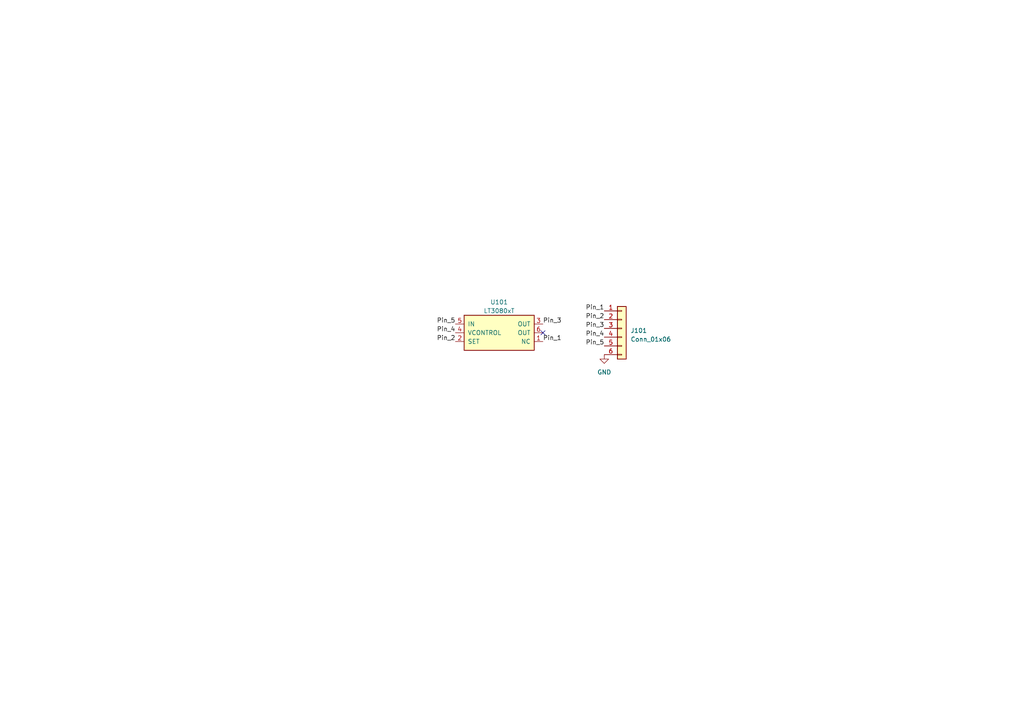
<source format=kicad_sch>
(kicad_sch (version 20230121) (generator eeschema)
  (paper "A4")
  (lib_symbols
    (symbol "Connector_Generic:Conn_01x06" (pin_names (offset 1.016) hide)
      (property "Reference" "J" (at 0 7.62 0))
      (property "Value" "Conn_01x06" (at 0 -10.16 0))
      (symbol "Conn_01x06_1_1"
        (rectangle (start -1.27 -7.493) (end 0 -7.747) (stroke (width 0.1524)))
        (rectangle (start -1.27 -4.953) (end 0 -5.207) (stroke (width 0.1524)))
        (rectangle (start -1.27 -2.413) (end 0 -2.667) (stroke (width 0.1524)))
        (rectangle (start -1.27 0.127) (end 0 -0.127) (stroke (width 0.1524)))
        (rectangle (start -1.27 2.667) (end 0 2.413) (stroke (width 0.1524)))
        (rectangle (start -1.27 5.207) (end 0 4.953) (stroke (width 0.1524)))
        (rectangle (start -1.27 6.35) (end 1.27 -8.89) (stroke (width 0.254)) (fill (type background)))
        (pin passive line (at -5.08 5.08 0) (length 3.81) (name "Pin_1") (number "1"))
        (pin passive line (at -5.08 2.54 0) (length 3.81) (name "Pin_2") (number "2"))
        (pin passive line (at -5.08 0 0) (length 3.81) (name "Pin_3") (number "3"))
        (pin passive line (at -5.08 -2.54 0) (length 3.81) (name "Pin_4") (number "4"))
        (pin passive line (at -5.08 -5.08 0) (length 3.81) (name "Pin_5") (number "5"))
        (pin passive line (at -5.08 -7.62 0) (length 3.81) (name "Pin_6") (number "6"))
      )
    )
    (symbol "N8FDY:LT3080xT" (pin_names (offset 1.016))
      (property "Reference" "U" (at -8.89 6.604 0))
      (property "Value" "LT3080xT" (at 10.414 6.604 0))
      (symbol "LT3080xT_0_1"
        (rectangle (start -10.16 5.08) (end 10.16 -5.08) (stroke (width 0.254)) (fill (type background)))
      )
      (symbol "LT3080xT_1_1"
        (pin passive line (at 12.7 -2.54 180) (length 2.54) (name "NC") (number "1"))
        (pin input line (at -12.7 -2.54 0) (length 2.54) (name "SET") (number "2"))
        (pin power_out line (at 12.7 2.54 180) (length 2.54) (name "OUT") (number "3"))
        (pin input line (at -12.7 0 0) (length 2.54) (name "VCONTROL") (number "4"))
        (pin power_in line (at -12.7 2.54 0) (length 2.54) (name "IN") (number "5"))
        (pin power_out line (at 12.7 0 180) (length 2.54) (name "OUT") (number "6"))
      )
    )
    (symbol "power:GND" (power) (pin_names (offset 0))
      (property "Value" "GND" (at 0 -3.81 0))
      (symbol "GND_0_1"
        (polyline (pts (xy 0 0) (xy 0 -1.27) (xy 1.27 -1.27) (xy 0 -2.54) (xy -1.27 -1.27) (xy 0 -1.27)))
      )
      (symbol "GND_1_1"
        (pin power_in line (at 0 0 270) (length 0) hide (name "GND") (number "1"))
      )
    )
  )
  (no_connect (at 157.48 96.52))
  (label "Pin_3" (at 157.48 93.98 0))
  (label "Pin_1" (at 175.26 90.17 180))
  (label "Pin_4" (at 132.08 96.52 180))
  (label "Pin_5" (at 175.26 100.33 180))
  (label "Pin_5" (at 132.08 93.98 180))
  (label "Pin_1" (at 157.48 99.06 0))
  (label "Pin_3" (at 175.26 95.25 180))
  (label "Pin_2" (at 175.26 92.71 180))
  (label "Pin_2" (at 132.08 99.06 180))
  (label "Pin_4" (at 175.26 97.79 180))
  (symbol (lib_id "N8FDY:LT3080xT") (at 144.78 96.52 0) (unit 1)
    (property "Reference" "U101" (at 144.78 87.63 0))
    (property "Value" "LT3080xT" (at 144.78 90.17 0))
    (property "Footprint" "Package_TO_SOT_THT:TO-220-5_P3.4x3.7mm_StaggerOdd_Lead3.8mm_Vertical" (effects hide))
    (property "Datasheet" "https://www.analog.com/media/en/technical-documentation/data-sheets/3080fc.pdf" (effects hide))
  )
  (symbol (lib_id "Connector_Generic:Conn_01x06") (at 180.34 95.25 0) (unit 1)
    (property "Reference" "J101" (at 182.88 95.885 0) (effects (justify left)))
    (property "Value" "Conn_01x06" (at 182.88 98.425 0) (effects (justify left)))
    (property "Footprint" "Connector_PinHeader_2.54mm:PinHeader_1x06_P2.54mm_Vertical" (effects hide))
  )
  (symbol (lib_id "power:GND") (at 175.26 102.87 0) (unit 1)
    (property "Reference" "#PWR0101" (effects hide))
    (property "Value" "GND" (at 175.26 107.95 0))
  )
)
</source>
